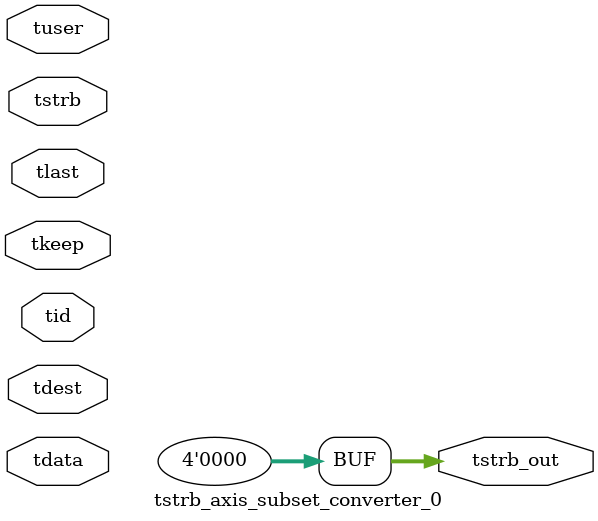
<source format=v>


`timescale 1ps/1ps

module tstrb_axis_subset_converter_0 #
(
parameter C_S_AXIS_TDATA_WIDTH = 32,
parameter C_S_AXIS_TUSER_WIDTH = 0,
parameter C_S_AXIS_TID_WIDTH   = 0,
parameter C_S_AXIS_TDEST_WIDTH = 0,
parameter C_M_AXIS_TDATA_WIDTH = 32
)
(
input  [(C_S_AXIS_TDATA_WIDTH == 0 ? 1 : C_S_AXIS_TDATA_WIDTH)-1:0     ] tdata,
input  [(C_S_AXIS_TUSER_WIDTH == 0 ? 1 : C_S_AXIS_TUSER_WIDTH)-1:0     ] tuser,
input  [(C_S_AXIS_TID_WIDTH   == 0 ? 1 : C_S_AXIS_TID_WIDTH)-1:0       ] tid,
input  [(C_S_AXIS_TDEST_WIDTH == 0 ? 1 : C_S_AXIS_TDEST_WIDTH)-1:0     ] tdest,
input  [(C_S_AXIS_TDATA_WIDTH/8)-1:0 ] tkeep,
input  [(C_S_AXIS_TDATA_WIDTH/8)-1:0 ] tstrb,
input                                                                    tlast,
output [(C_M_AXIS_TDATA_WIDTH/8)-1:0 ] tstrb_out
);

assign tstrb_out = {1'b0};

endmodule


</source>
